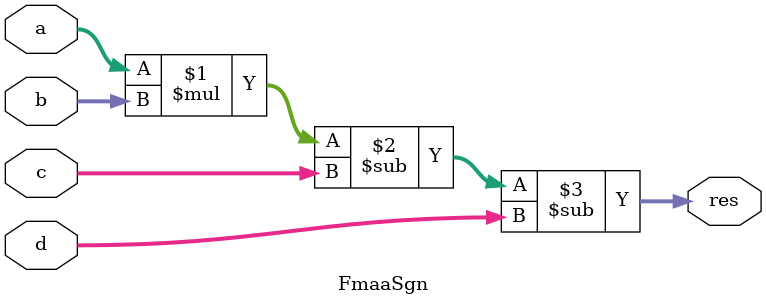
<source format=sv>

module FmaaSgn #(
    BW = 54
)
(
    input logic  signed [BW-1:0] a,
    input logic  signed [BW-1:0] b,
    input logic  signed [3*BW:0] c,
    input logic  signed [3*BW:0] d,
    output logic signed [3*BW:0] res
);

assign res = a*b - c - d;

endmodule

</source>
